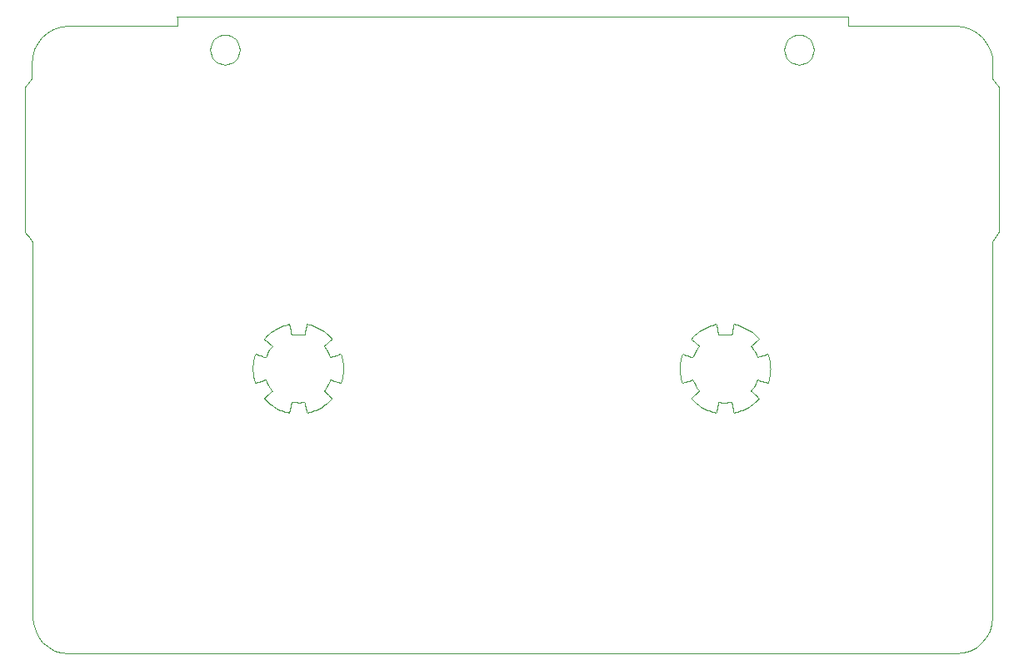
<source format=gbr>
G04 #@! TF.FileFunction,Profile,NP*
%FSLAX46Y46*%
G04 Gerber Fmt 4.6, Leading zero omitted, Abs format (unit mm)*
G04 Created by KiCad (PCBNEW 4.0.7-e0-6372~58~ubuntu16.04.1) date Sat Mar  2 19:42:23 2019*
%MOMM*%
%LPD*%
G01*
G04 APERTURE LIST*
%ADD10C,0.100000*%
G04 APERTURE END LIST*
D10*
X55060502Y-40568470D02*
X55060502Y-40690358D01*
X55060502Y-40690358D02*
X55060502Y-40812245D01*
X55060502Y-40812245D02*
X55060502Y-40934132D01*
X55060502Y-40934132D02*
X55060502Y-41056020D01*
X55060502Y-41056020D02*
X55060502Y-41177907D01*
X55060502Y-41177907D02*
X55060502Y-41299795D01*
X55060502Y-41299795D02*
X55060502Y-41421684D01*
X55060502Y-41421684D02*
X55060502Y-41543570D01*
X55060502Y-41543570D02*
X53676744Y-41543570D01*
X53676744Y-41543570D02*
X52292989Y-41543570D01*
X52292989Y-41543570D02*
X50909230Y-41543570D01*
X50909230Y-41543570D02*
X49525473Y-41543570D01*
X49525473Y-41543570D02*
X48141719Y-41543570D01*
X48141719Y-41543570D02*
X46757961Y-41543570D01*
X46757961Y-41543570D02*
X45374205Y-41543570D01*
X45374205Y-41543570D02*
X43990447Y-41543570D01*
X43990447Y-41543570D02*
X43230200Y-41623930D01*
X43230200Y-41623930D02*
X42526188Y-41853357D01*
X42526188Y-41853357D02*
X41892320Y-42214378D01*
X41892320Y-42214378D02*
X41342509Y-42689513D01*
X41342509Y-42689513D02*
X40890663Y-43261287D01*
X40890663Y-43261287D02*
X40550695Y-43912224D01*
X40550695Y-43912224D02*
X40336511Y-44624849D01*
X40336511Y-44624849D02*
X40262026Y-45381682D01*
X40262026Y-45381682D02*
X40262026Y-45546149D01*
X40262026Y-45546149D02*
X40262026Y-45710620D01*
X40262026Y-45710620D02*
X40262026Y-45875088D01*
X40262026Y-45875088D02*
X40262026Y-46039556D01*
X40262026Y-46039556D02*
X40262026Y-46204026D01*
X40262026Y-46204026D02*
X40262026Y-46368494D01*
X40262026Y-46368494D02*
X40262026Y-46532965D01*
X40262026Y-46532965D02*
X40262026Y-46697433D01*
X40262026Y-46697433D02*
X40262026Y-46720373D01*
X40262026Y-46720373D02*
X40262026Y-46743313D01*
X40262026Y-46743313D02*
X40262026Y-46766253D01*
X40262026Y-46766253D02*
X40262026Y-46789193D01*
X40262026Y-46789193D02*
X40262026Y-46812133D01*
X40262026Y-46812133D02*
X40262026Y-46835073D01*
X40262026Y-46835073D02*
X40262026Y-46858013D01*
X40262026Y-46858013D02*
X40262026Y-46880953D01*
X40262026Y-46880953D02*
X40178726Y-46990644D01*
X40178726Y-46990644D02*
X40095426Y-47100335D01*
X40095426Y-47100335D02*
X40012126Y-47210026D01*
X40012126Y-47210026D02*
X39928826Y-47319721D01*
X39928826Y-47319721D02*
X39845526Y-47429412D01*
X39845526Y-47429412D02*
X39762226Y-47539103D01*
X39762226Y-47539103D02*
X39678926Y-47648794D01*
X39678926Y-47648794D02*
X39595626Y-47758486D01*
X39595626Y-47758486D02*
X39599026Y-49598304D01*
X39599026Y-49598304D02*
X39602426Y-51438125D01*
X39602426Y-51438125D02*
X39605826Y-53277943D01*
X39605826Y-53277943D02*
X39609226Y-55117764D01*
X39609226Y-55117764D02*
X39612626Y-56957581D01*
X39612626Y-56957581D02*
X39616026Y-58797399D01*
X39616026Y-58797399D02*
X39619426Y-60637220D01*
X39619426Y-60637220D02*
X39622826Y-62477038D01*
X39622826Y-62477038D02*
X39719216Y-62604162D01*
X39719216Y-62604162D02*
X39815606Y-62731286D01*
X39815606Y-62731286D02*
X39911996Y-62858410D01*
X39911996Y-62858410D02*
X40008386Y-62985532D01*
X40008386Y-62985532D02*
X40104776Y-63112656D01*
X40104776Y-63112656D02*
X40201176Y-63239780D01*
X40201176Y-63239780D02*
X40297566Y-63366904D01*
X40297566Y-63366904D02*
X40393959Y-63494028D01*
X40393959Y-63494028D02*
X40393959Y-63675585D01*
X40393959Y-63675585D02*
X40393959Y-63857141D01*
X40393959Y-63857141D02*
X40393959Y-64038697D01*
X40393959Y-64038697D02*
X40393959Y-64220254D01*
X40393959Y-64220254D02*
X40393959Y-64401813D01*
X40393959Y-64401813D02*
X40393959Y-64583369D01*
X40393959Y-64583369D02*
X40393959Y-64764926D01*
X40393959Y-64764926D02*
X40393959Y-64946482D01*
X40393959Y-64946482D02*
X40393959Y-69528598D01*
X40393959Y-69528598D02*
X40393959Y-74110713D01*
X40393959Y-74110713D02*
X40393959Y-78692827D01*
X40393959Y-78692827D02*
X40393959Y-83274942D01*
X40393959Y-83274942D02*
X40393959Y-87857056D01*
X40393959Y-87857056D02*
X40393959Y-92439171D01*
X40393959Y-92439171D02*
X40393959Y-97021285D01*
X40393959Y-97021285D02*
X40393959Y-101603400D01*
X40393959Y-101603400D02*
X40393959Y-101603612D01*
X40393959Y-101603612D02*
X40393959Y-101603823D01*
X40393959Y-101603823D02*
X40393959Y-101604035D01*
X40393959Y-101604035D02*
X40393959Y-101604247D01*
X40393959Y-101604247D02*
X40393959Y-101604458D01*
X40393959Y-101604458D02*
X40393959Y-101604670D01*
X40393959Y-101604670D02*
X40393959Y-101604882D01*
X40393959Y-101604882D02*
X40393959Y-101605093D01*
X40393959Y-101605093D02*
X40466188Y-102341292D01*
X40466188Y-102341292D02*
X40669230Y-103037916D01*
X40669230Y-103037916D02*
X40991578Y-103676909D01*
X40991578Y-103676909D02*
X41421724Y-104240213D01*
X41421724Y-104240213D02*
X41948156Y-104709775D01*
X41948156Y-104709775D02*
X42559368Y-105067531D01*
X42559368Y-105067531D02*
X43243847Y-105295425D01*
X43243847Y-105295425D02*
X43990088Y-105375405D01*
X43990088Y-105375405D02*
X55266779Y-105375405D01*
X55266779Y-105375405D02*
X66543470Y-105375405D01*
X66543470Y-105375405D02*
X77820164Y-105375405D01*
X77820164Y-105375405D02*
X89096855Y-105375405D01*
X89096855Y-105375405D02*
X100373548Y-105375405D01*
X100373548Y-105375405D02*
X111650241Y-105375405D01*
X111650241Y-105375405D02*
X122926932Y-105375405D01*
X122926932Y-105375405D02*
X134203625Y-105375405D01*
X134203625Y-105375405D02*
X134955144Y-105297495D01*
X134955144Y-105297495D02*
X135653466Y-105074576D01*
X135653466Y-105074576D02*
X136284108Y-104722893D01*
X136284108Y-104722893D02*
X136832576Y-104258677D01*
X136832576Y-104258677D02*
X137284385Y-103698167D01*
X137284385Y-103698167D02*
X137625045Y-103057602D01*
X137625045Y-103057602D02*
X137840064Y-102353212D01*
X137840064Y-102353212D02*
X137914954Y-101601236D01*
X137914954Y-101601236D02*
X137914954Y-96927276D01*
X137914954Y-96927276D02*
X137914954Y-92253315D01*
X137914954Y-92253315D02*
X137914954Y-87579354D01*
X137914954Y-87579354D02*
X137914954Y-82905395D01*
X137914954Y-82905395D02*
X137914954Y-78231435D01*
X137914954Y-78231435D02*
X137914954Y-73557474D01*
X137914954Y-73557474D02*
X137914954Y-68883513D01*
X137914954Y-68883513D02*
X137914954Y-64209550D01*
X137914954Y-64209550D02*
X137914954Y-64114810D01*
X137914954Y-64114810D02*
X137914954Y-64020070D01*
X137914954Y-64020070D02*
X137914954Y-63925330D01*
X137914954Y-63925330D02*
X137914954Y-63830590D01*
X137914954Y-63830590D02*
X137914954Y-63735850D01*
X137914954Y-63735850D02*
X137914954Y-63641110D01*
X137914954Y-63641110D02*
X137914954Y-63546370D01*
X137914954Y-63546370D02*
X137914954Y-63451630D01*
X137914954Y-63451630D02*
X137996534Y-63324438D01*
X137996534Y-63324438D02*
X138078114Y-63197244D01*
X138078114Y-63197244D02*
X138159694Y-63070052D01*
X138159694Y-63070052D02*
X138241274Y-62942857D01*
X138241274Y-62942857D02*
X138322854Y-62815665D01*
X138322854Y-62815665D02*
X138404434Y-62688473D01*
X138404434Y-62688473D02*
X138486014Y-62561279D01*
X138486014Y-62561279D02*
X138567614Y-62434087D01*
X138567614Y-62434087D02*
X138570614Y-60600125D01*
X138570614Y-60600125D02*
X138573614Y-58766163D01*
X138573614Y-58766163D02*
X138576614Y-56932201D01*
X138576614Y-56932201D02*
X138579614Y-55098240D01*
X138579614Y-55098240D02*
X138582614Y-53264278D01*
X138582614Y-53264278D02*
X138585614Y-51430316D01*
X138585614Y-51430316D02*
X138588614Y-49596354D01*
X138588614Y-49596354D02*
X138591614Y-47762392D01*
X138591614Y-47762392D02*
X138509714Y-47652622D01*
X138509714Y-47652622D02*
X138427514Y-47542863D01*
X138427514Y-47542863D02*
X138345314Y-47433101D01*
X138345314Y-47433101D02*
X138263114Y-47323342D01*
X138263114Y-47323342D02*
X138180914Y-47213580D01*
X138180914Y-47213580D02*
X138098714Y-47103818D01*
X138098714Y-47103818D02*
X138016514Y-46994059D01*
X138016514Y-46994059D02*
X137934314Y-46884297D01*
X137934314Y-46884297D02*
X137934314Y-46848257D01*
X137934314Y-46848257D02*
X137934314Y-46812227D01*
X137934314Y-46812227D02*
X137934314Y-46776187D01*
X137934314Y-46776187D02*
X137934314Y-46740157D01*
X137934314Y-46740157D02*
X137934314Y-46704117D01*
X137934314Y-46704117D02*
X137934314Y-46668077D01*
X137934314Y-46668077D02*
X137934314Y-46632047D01*
X137934314Y-46632047D02*
X137934314Y-46596007D01*
X137934314Y-46596007D02*
X137934314Y-46444973D01*
X137934314Y-46444973D02*
X137934314Y-46293942D01*
X137934314Y-46293942D02*
X137934314Y-46142908D01*
X137934314Y-46142908D02*
X137934314Y-45991877D01*
X137934314Y-45991877D02*
X137934314Y-45840842D01*
X137934314Y-45840842D02*
X137934314Y-45689808D01*
X137934314Y-45689808D02*
X137934314Y-45538777D01*
X137934314Y-45538777D02*
X137934314Y-45387743D01*
X137934314Y-45387743D02*
X137863274Y-44627832D01*
X137863274Y-44627832D02*
X137650176Y-43913251D01*
X137650176Y-43913251D02*
X137309523Y-43261255D01*
X137309523Y-43261255D02*
X136855811Y-42689106D01*
X136855811Y-42689106D02*
X136303545Y-42214061D01*
X136303545Y-42214061D02*
X135667218Y-41853376D01*
X135667218Y-41853376D02*
X134961333Y-41624310D01*
X134961333Y-41624310D02*
X134200385Y-41544120D01*
X134200385Y-41544120D02*
X132829720Y-41544120D01*
X132829720Y-41544120D02*
X131459054Y-41544120D01*
X131459054Y-41544120D02*
X130088388Y-41544120D01*
X130088388Y-41544120D02*
X128717725Y-41544120D01*
X128717725Y-41544120D02*
X127347059Y-41544120D01*
X127347059Y-41544120D02*
X125976394Y-41544120D01*
X125976394Y-41544120D02*
X124605728Y-41544120D01*
X124605728Y-41544120D02*
X123235062Y-41544120D01*
X123235062Y-41544120D02*
X123235062Y-41422164D01*
X123235062Y-41422164D02*
X123235062Y-41300207D01*
X123235062Y-41300207D02*
X123235062Y-41178252D01*
X123235062Y-41178252D02*
X123235062Y-41056295D01*
X123235062Y-41056295D02*
X123235062Y-40934339D01*
X123235062Y-40934339D02*
X123235062Y-40812383D01*
X123235062Y-40812383D02*
X123235062Y-40690427D01*
X123235062Y-40690427D02*
X123235062Y-40568470D01*
X123235062Y-40568470D02*
X114712793Y-40568470D01*
X114712793Y-40568470D02*
X106190523Y-40568470D01*
X106190523Y-40568470D02*
X97668253Y-40568470D01*
X97668253Y-40568470D02*
X89145984Y-40568470D01*
X89145984Y-40568470D02*
X80623711Y-40568470D01*
X80623711Y-40568470D02*
X72101442Y-40568470D01*
X72101442Y-40568470D02*
X63579171Y-40568470D01*
X63579171Y-40568470D02*
X55056902Y-40568470D01*
X55056902Y-40568470D02*
X55056899Y-40568465D01*
X55056899Y-40568465D02*
X55056896Y-40568460D01*
X55056896Y-40568460D02*
X55056893Y-40568455D01*
X55056893Y-40568455D02*
X55056891Y-40568450D01*
X55056891Y-40568450D02*
X55056888Y-40568446D01*
X55056888Y-40568446D02*
X55056885Y-40568440D01*
X55056885Y-40568440D02*
X55056882Y-40568436D01*
X55056882Y-40568436D02*
X55060482Y-40568470D01*
X55060482Y-40568470D02*
X55060502Y-40568470D01*
X111650197Y-71858374D02*
X111610927Y-71933824D01*
X111610927Y-71933824D02*
X111578887Y-72095057D01*
X111578887Y-72095057D02*
X111546337Y-72256285D01*
X111546337Y-72256285D02*
X111513777Y-72417516D01*
X111513777Y-72417516D02*
X111481737Y-72578747D01*
X111481737Y-72578747D02*
X111449187Y-72739978D01*
X111449187Y-72739978D02*
X111417667Y-72900692D01*
X111417667Y-72900692D02*
X111405247Y-72961672D01*
X111405247Y-72961672D02*
X111350987Y-72950302D01*
X111350987Y-72950302D02*
X111007342Y-72906372D01*
X111007342Y-72906372D02*
X110660076Y-72897572D01*
X110660076Y-72897572D02*
X110314359Y-72922882D01*
X110314359Y-72922882D02*
X110080264Y-72963712D01*
X110080264Y-72963712D02*
X110067814Y-72905782D01*
X110067814Y-72905782D02*
X110035254Y-72744034D01*
X110035254Y-72744034D02*
X110002694Y-72581771D01*
X110002694Y-72581771D02*
X109970134Y-72420024D01*
X109970134Y-72420024D02*
X109937574Y-72257760D01*
X109937574Y-72257760D02*
X109905534Y-72095496D01*
X109905534Y-72095496D02*
X109872974Y-71933233D01*
X109872974Y-71933233D02*
X109808894Y-71869153D01*
X109808894Y-71869153D02*
X109628568Y-71910373D01*
X109628568Y-71910373D02*
X109450554Y-71958653D01*
X109450554Y-71958653D02*
X109275037Y-72013893D01*
X109275037Y-72013893D02*
X109102210Y-72075973D01*
X109102210Y-72075973D02*
X108932258Y-72144793D01*
X108932258Y-72144793D02*
X108765380Y-72220243D01*
X108765380Y-72220243D02*
X108601762Y-72302213D01*
X108601762Y-72302213D02*
X108441589Y-72390583D01*
X108441589Y-72390583D02*
X108285058Y-72485253D01*
X108285058Y-72485253D02*
X108132356Y-72586111D01*
X108132356Y-72586111D02*
X107983675Y-72693051D01*
X107983675Y-72693051D02*
X107839206Y-72805957D01*
X107839206Y-72805957D02*
X107699136Y-72924721D01*
X107699136Y-72924721D02*
X107563658Y-73049229D01*
X107563658Y-73049229D02*
X107432961Y-73179379D01*
X107432961Y-73179379D02*
X107307237Y-73315054D01*
X107307237Y-73315054D02*
X107331537Y-73400844D01*
X107331537Y-73400844D02*
X107456076Y-73510916D01*
X107456076Y-73510916D02*
X107581134Y-73620469D01*
X107581134Y-73620469D02*
X107705673Y-73730541D01*
X107705673Y-73730541D02*
X107830212Y-73840611D01*
X107830212Y-73840611D02*
X107955787Y-73950164D01*
X107955787Y-73950164D02*
X108080329Y-74059720D01*
X108080329Y-74059720D02*
X108120639Y-74095380D01*
X108120639Y-74095380D02*
X108034859Y-74194600D01*
X108034859Y-74194600D02*
X107831772Y-74475718D01*
X107831772Y-74475718D02*
X107657107Y-74775961D01*
X107657107Y-74775961D02*
X107513445Y-75091702D01*
X107513445Y-75091702D02*
X107461255Y-75244147D01*
X107461255Y-75244147D02*
X107408025Y-75226057D01*
X107408025Y-75226057D02*
X107249896Y-75172827D01*
X107249896Y-75172827D02*
X107092283Y-75119597D01*
X107092283Y-75119597D02*
X106934671Y-75066367D01*
X106934671Y-75066367D02*
X106777058Y-75013137D01*
X106777058Y-75013137D02*
X106619443Y-74959907D01*
X106619443Y-74959907D02*
X106461830Y-74906687D01*
X106461830Y-74906687D02*
X106376560Y-74929407D01*
X106376560Y-74929407D02*
X106348540Y-75016627D01*
X106348540Y-75016627D02*
X106322290Y-75104337D01*
X106322290Y-75104337D02*
X106297790Y-75192497D01*
X106297790Y-75192497D02*
X106275070Y-75281077D01*
X106275070Y-75281077D02*
X106254130Y-75370057D01*
X106254130Y-75370057D02*
X106234940Y-75459417D01*
X106234940Y-75459417D02*
X106217550Y-75549117D01*
X106217550Y-75549117D02*
X106201940Y-75639137D01*
X106201940Y-75639137D02*
X106188140Y-75729447D01*
X106188140Y-75729447D02*
X106176120Y-75820027D01*
X106176120Y-75820027D02*
X106165900Y-75910837D01*
X106165900Y-75910837D02*
X106157500Y-76001867D01*
X106157500Y-76001867D02*
X106150900Y-76093077D01*
X106150900Y-76093077D02*
X106146100Y-76184447D01*
X106146100Y-76184447D02*
X106143100Y-76275957D01*
X106143100Y-76275957D02*
X106142000Y-76367567D01*
X106142000Y-76367567D02*
X106143400Y-76460147D01*
X106143400Y-76460147D02*
X106146600Y-76552617D01*
X106146600Y-76552617D02*
X106151600Y-76644957D01*
X106151600Y-76644957D02*
X106158500Y-76737127D01*
X106158500Y-76737127D02*
X106167200Y-76829107D01*
X106167200Y-76829107D02*
X106177750Y-76920867D01*
X106177750Y-76920867D02*
X106190140Y-77012377D01*
X106190140Y-77012377D02*
X106204360Y-77103607D01*
X106204360Y-77103607D02*
X106220420Y-77194537D01*
X106220420Y-77194537D02*
X106238280Y-77285137D01*
X106238280Y-77285137D02*
X106257950Y-77375377D01*
X106257950Y-77375377D02*
X106279460Y-77465227D01*
X106279460Y-77465227D02*
X106302770Y-77554667D01*
X106302770Y-77554667D02*
X106327890Y-77643657D01*
X106327890Y-77643657D02*
X106354810Y-77732187D01*
X106354810Y-77732187D02*
X106383520Y-77820217D01*
X106383520Y-77820217D02*
X106462070Y-77840877D01*
X106462070Y-77840877D02*
X106618131Y-77787647D01*
X106618131Y-77787647D02*
X106774713Y-77734937D01*
X106774713Y-77734937D02*
X106931293Y-77682227D01*
X106931293Y-77682227D02*
X107087353Y-77629517D01*
X107087353Y-77629517D02*
X107243936Y-77576807D01*
X107243936Y-77576807D02*
X107399996Y-77523577D01*
X107399996Y-77523577D02*
X107463046Y-77502387D01*
X107463046Y-77502387D02*
X107578286Y-77794874D01*
X107578286Y-77794874D02*
X107735898Y-78103385D01*
X107735898Y-78103385D02*
X107866121Y-78311640D01*
X107866121Y-78311640D02*
X108074895Y-78589143D01*
X108074895Y-78589143D02*
X108128125Y-78647023D01*
X108128125Y-78647023D02*
X108071795Y-78696113D01*
X108071795Y-78696113D02*
X107948292Y-78804636D01*
X107948292Y-78804636D02*
X107824783Y-78913156D01*
X107824783Y-78913156D02*
X107701277Y-79021676D01*
X107701277Y-79021676D02*
X107577771Y-79130196D01*
X107577771Y-79130196D02*
X107454779Y-79238719D01*
X107454779Y-79238719D02*
X107331273Y-79347236D01*
X107331273Y-79347236D02*
X107310613Y-79422686D01*
X107310613Y-79422686D02*
X107436391Y-79558751D01*
X107436391Y-79558751D02*
X107567164Y-79689273D01*
X107567164Y-79689273D02*
X107702738Y-79814139D01*
X107702738Y-79814139D02*
X107842929Y-79933248D01*
X107842929Y-79933248D02*
X107987537Y-80046481D01*
X107987537Y-80046481D02*
X108136375Y-80153726D01*
X108136375Y-80153726D02*
X108289252Y-80254883D01*
X108289252Y-80254883D02*
X108445979Y-80349833D01*
X108445979Y-80349833D02*
X108606363Y-80438463D01*
X108606363Y-80438463D02*
X108770210Y-80520673D01*
X108770210Y-80520673D02*
X108937330Y-80596333D01*
X108937330Y-80596333D02*
X109107539Y-80665353D01*
X109107539Y-80665353D02*
X109280637Y-80727613D01*
X109280637Y-80727613D02*
X109456433Y-80783003D01*
X109456433Y-80783003D02*
X109634744Y-80831413D01*
X109634744Y-80831413D02*
X109815369Y-80872733D01*
X109815369Y-80872733D02*
X109872209Y-80814853D01*
X109872209Y-80814853D02*
X109904769Y-80653623D01*
X109904769Y-80653623D02*
X109936809Y-80491875D01*
X109936809Y-80491875D02*
X109969369Y-80330645D01*
X109969369Y-80330645D02*
X110001929Y-80169414D01*
X110001929Y-80169414D02*
X110033969Y-80008183D01*
X110033969Y-80008183D02*
X110066009Y-79847472D01*
X110066009Y-79847472D02*
X110080999Y-79774092D01*
X110080999Y-79774092D02*
X110133189Y-79784932D01*
X110133189Y-79784932D02*
X110477870Y-79828852D01*
X110477870Y-79828852D02*
X110824106Y-79837652D01*
X110824106Y-79837652D02*
X111170853Y-79812872D01*
X111170853Y-79812872D02*
X111403906Y-79772562D01*
X111403906Y-79772562D02*
X111417846Y-79841812D01*
X111417846Y-79841812D02*
X111449886Y-80003560D01*
X111449886Y-80003560D02*
X111482446Y-80166342D01*
X111482446Y-80166342D02*
X111514996Y-80328087D01*
X111514996Y-80328087D02*
X111547556Y-80489834D01*
X111547556Y-80489834D02*
X111580116Y-80652098D01*
X111580116Y-80652098D02*
X111612156Y-80813848D01*
X111612156Y-80813848D02*
X111666416Y-80869138D01*
X111666416Y-80869138D02*
X111847115Y-80828148D01*
X111847115Y-80828148D02*
X112025505Y-80780068D01*
X112025505Y-80780068D02*
X112201397Y-80724998D01*
X112201397Y-80724998D02*
X112374605Y-80663058D01*
X112374605Y-80663058D02*
X112544929Y-80594358D01*
X112544929Y-80594358D02*
X112712185Y-80518998D01*
X112712185Y-80518998D02*
X112876179Y-80437098D01*
X112876179Y-80437098D02*
X113036718Y-80348768D01*
X113036718Y-80348768D02*
X113193614Y-80254118D01*
X113193614Y-80254118D02*
X113346671Y-80153246D01*
X113346671Y-80153246D02*
X113495704Y-80046275D01*
X113495704Y-80046275D02*
X113640518Y-79933316D01*
X113640518Y-79933316D02*
X113780924Y-79814472D01*
X113780924Y-79814472D02*
X113916724Y-79689857D01*
X113916724Y-79689857D02*
X114047731Y-79559580D01*
X114047731Y-79559580D02*
X114173757Y-79423755D01*
X114173757Y-79423755D02*
X114153607Y-79346755D01*
X114153607Y-79346755D02*
X114028035Y-79237719D01*
X114028035Y-79237719D02*
X113902979Y-79127646D01*
X113902979Y-79127646D02*
X113778437Y-79017577D01*
X113778437Y-79017577D02*
X113653382Y-78907505D01*
X113653382Y-78907505D02*
X113527807Y-78797952D01*
X113527807Y-78797952D02*
X113403265Y-78687879D01*
X113403265Y-78687879D02*
X113357275Y-78647059D01*
X113357275Y-78647059D02*
X113449775Y-78540602D01*
X113449775Y-78540602D02*
X113652865Y-78259483D01*
X113652865Y-78259483D02*
X113827016Y-77959760D01*
X113827016Y-77959760D02*
X113970675Y-77643502D01*
X113970675Y-77643502D02*
X114019255Y-77501908D01*
X114019255Y-77501908D02*
X114076095Y-77521038D01*
X114076095Y-77521038D02*
X114234227Y-77574258D01*
X114234227Y-77574258D02*
X114391839Y-77627998D01*
X114391839Y-77627998D02*
X114549455Y-77680708D01*
X114549455Y-77680708D02*
X114707064Y-77734448D01*
X114707064Y-77734448D02*
X114865194Y-77787678D01*
X114865194Y-77787678D02*
X115022809Y-77840908D01*
X115022809Y-77840908D02*
X115102909Y-77820248D01*
X115102909Y-77820248D02*
X115131489Y-77732198D01*
X115131489Y-77732198D02*
X115158269Y-77643658D01*
X115158269Y-77643658D02*
X115183249Y-77554648D01*
X115183249Y-77554648D02*
X115206419Y-77465198D01*
X115206419Y-77465198D02*
X115227779Y-77375338D01*
X115227779Y-77375338D02*
X115247339Y-77285098D01*
X115247339Y-77285098D02*
X115265059Y-77194498D01*
X115265059Y-77194498D02*
X115280979Y-77103568D01*
X115280979Y-77103568D02*
X115295059Y-77012338D01*
X115295059Y-77012338D02*
X115307309Y-76920838D01*
X115307309Y-76920838D02*
X115317719Y-76829088D01*
X115317719Y-76829088D02*
X115326319Y-76737118D01*
X115326319Y-76737118D02*
X115333019Y-76644958D01*
X115333019Y-76644958D02*
X115337919Y-76552638D01*
X115337919Y-76552638D02*
X115340919Y-76460178D01*
X115340919Y-76460178D02*
X115342019Y-76367618D01*
X115342019Y-76367618D02*
X115340619Y-76275918D01*
X115340619Y-76275918D02*
X115337519Y-76184328D01*
X115337519Y-76184328D02*
X115332619Y-76092878D01*
X115332619Y-76092878D02*
X115325919Y-76001578D01*
X115325919Y-76001578D02*
X115317319Y-75910478D01*
X115317319Y-75910478D02*
X115306959Y-75819588D01*
X115306959Y-75819588D02*
X115294799Y-75728938D01*
X115294799Y-75728938D02*
X115280829Y-75638558D01*
X115280829Y-75638558D02*
X115265049Y-75548468D01*
X115265049Y-75548468D02*
X115247499Y-75458708D01*
X115247499Y-75458708D02*
X115228169Y-75369298D01*
X115228169Y-75369298D02*
X115207059Y-75280268D01*
X115207059Y-75280268D02*
X115184169Y-75191638D01*
X115184169Y-75191638D02*
X115159499Y-75103438D01*
X115159499Y-75103438D02*
X115133049Y-75015688D01*
X115133049Y-75015688D02*
X115104859Y-74928428D01*
X115104859Y-74928428D02*
X115022179Y-74906218D01*
X115022179Y-74906218D02*
X114865599Y-74959448D01*
X114865599Y-74959448D02*
X114709019Y-75012158D01*
X114709019Y-75012158D02*
X114552956Y-75064868D01*
X114552956Y-75064868D02*
X114396376Y-75118098D01*
X114396376Y-75118098D02*
X114240316Y-75170808D01*
X114240316Y-75170808D02*
X114083733Y-75223518D01*
X114083733Y-75223518D02*
X114025343Y-75243158D01*
X114025343Y-75243158D02*
X113907001Y-74940853D01*
X113907001Y-74940853D02*
X113748356Y-74631828D01*
X113748356Y-74631828D02*
X113618130Y-74423574D01*
X113618130Y-74423574D02*
X113409872Y-74146587D01*
X113409872Y-74146587D02*
X113362852Y-74095427D01*
X113362852Y-74095427D02*
X113411432Y-74052537D01*
X113411432Y-74052537D02*
X113534938Y-73944020D01*
X113534938Y-73944020D02*
X113658447Y-73834983D01*
X113658447Y-73834983D02*
X113781950Y-73726977D01*
X113781950Y-73726977D02*
X113905459Y-73618457D01*
X113905459Y-73618457D02*
X114028448Y-73509937D01*
X114028448Y-73509937D02*
X114151954Y-73401417D01*
X114151954Y-73401417D02*
X114194334Y-73335787D01*
X114194334Y-73335787D02*
X114067278Y-73196536D01*
X114067278Y-73196536D02*
X113935026Y-73062996D01*
X113935026Y-73062996D02*
X113797775Y-72935285D01*
X113797775Y-72935285D02*
X113655727Y-72813518D01*
X113655727Y-72813518D02*
X113509087Y-72697807D01*
X113509087Y-72697807D02*
X113358056Y-72588273D01*
X113358056Y-72588273D02*
X113202831Y-72485036D01*
X113202831Y-72485036D02*
X113043615Y-72388206D01*
X113043615Y-72388206D02*
X112880607Y-72297906D01*
X112880607Y-72297906D02*
X112714008Y-72214246D01*
X112714008Y-72214246D02*
X112544026Y-72137346D01*
X112544026Y-72137346D02*
X112370854Y-72067326D01*
X112370854Y-72067326D02*
X112194694Y-72004306D01*
X112194694Y-72004306D02*
X112015748Y-71948386D01*
X112015748Y-71948386D02*
X111834217Y-71899696D01*
X111834217Y-71899696D02*
X111650301Y-71858346D01*
X111650301Y-71858346D02*
X111650197Y-71858374D01*
X111650197Y-71858374D02*
X111650197Y-71858374D01*
X61429924Y-43958838D02*
X61400784Y-44253388D01*
X61400784Y-44253388D02*
X61315534Y-44533932D01*
X61315534Y-44533932D02*
X61177440Y-44792589D01*
X61177440Y-44792589D02*
X60989769Y-45021474D01*
X60989769Y-45021474D02*
X60760884Y-45209145D01*
X60760884Y-45209145D02*
X60502227Y-45347239D01*
X60502227Y-45347239D02*
X60221683Y-45432489D01*
X60221683Y-45432489D02*
X59927133Y-45461629D01*
X59927133Y-45461629D02*
X59632583Y-45432489D01*
X59632583Y-45432489D02*
X59352039Y-45347239D01*
X59352039Y-45347239D02*
X59093382Y-45209145D01*
X59093382Y-45209145D02*
X58864497Y-45021474D01*
X58864497Y-45021474D02*
X58676826Y-44792589D01*
X58676826Y-44792589D02*
X58538732Y-44533932D01*
X58538732Y-44533932D02*
X58453482Y-44253388D01*
X58453482Y-44253388D02*
X58424342Y-43958838D01*
X58424342Y-43958838D02*
X58453482Y-43664288D01*
X58453482Y-43664288D02*
X58538732Y-43383744D01*
X58538732Y-43383744D02*
X58676826Y-43125087D01*
X58676826Y-43125087D02*
X58864497Y-42896202D01*
X58864497Y-42896202D02*
X59093382Y-42708531D01*
X59093382Y-42708531D02*
X59352039Y-42570437D01*
X59352039Y-42570437D02*
X59632583Y-42485187D01*
X59632583Y-42485187D02*
X59927133Y-42456047D01*
X59927133Y-42456047D02*
X60221683Y-42485187D01*
X60221683Y-42485187D02*
X60502227Y-42570437D01*
X60502227Y-42570437D02*
X60760884Y-42708531D01*
X60760884Y-42708531D02*
X60989769Y-42896202D01*
X60989769Y-42896202D02*
X61177440Y-43125087D01*
X61177440Y-43125087D02*
X61315534Y-43383744D01*
X61315534Y-43383744D02*
X61400784Y-43664288D01*
X61400784Y-43664288D02*
X61429924Y-43958838D01*
X61429924Y-43958838D02*
X61429924Y-43958838D01*
X61429924Y-43958838D02*
X61429924Y-43958838D01*
X119766809Y-43958838D02*
X119737669Y-44253388D01*
X119737669Y-44253388D02*
X119652419Y-44533932D01*
X119652419Y-44533932D02*
X119514325Y-44792589D01*
X119514325Y-44792589D02*
X119326654Y-45021474D01*
X119326654Y-45021474D02*
X119097769Y-45209145D01*
X119097769Y-45209145D02*
X118839112Y-45347239D01*
X118839112Y-45347239D02*
X118558568Y-45432489D01*
X118558568Y-45432489D02*
X118264018Y-45461629D01*
X118264018Y-45461629D02*
X117969468Y-45432489D01*
X117969468Y-45432489D02*
X117688924Y-45347239D01*
X117688924Y-45347239D02*
X117430267Y-45209145D01*
X117430267Y-45209145D02*
X117201382Y-45021474D01*
X117201382Y-45021474D02*
X117013711Y-44792589D01*
X117013711Y-44792589D02*
X116875617Y-44533932D01*
X116875617Y-44533932D02*
X116790367Y-44253388D01*
X116790367Y-44253388D02*
X116761227Y-43958838D01*
X116761227Y-43958838D02*
X116790367Y-43664288D01*
X116790367Y-43664288D02*
X116875617Y-43383744D01*
X116875617Y-43383744D02*
X117013711Y-43125087D01*
X117013711Y-43125087D02*
X117201382Y-42896202D01*
X117201382Y-42896202D02*
X117430267Y-42708531D01*
X117430267Y-42708531D02*
X117688924Y-42570437D01*
X117688924Y-42570437D02*
X117969468Y-42485187D01*
X117969468Y-42485187D02*
X118264018Y-42456047D01*
X118264018Y-42456047D02*
X118558568Y-42485187D01*
X118558568Y-42485187D02*
X118839112Y-42570437D01*
X118839112Y-42570437D02*
X119097769Y-42708531D01*
X119097769Y-42708531D02*
X119326654Y-42896202D01*
X119326654Y-42896202D02*
X119514325Y-43125087D01*
X119514325Y-43125087D02*
X119652419Y-43383744D01*
X119652419Y-43383744D02*
X119737669Y-43664288D01*
X119737669Y-43664288D02*
X119766809Y-43958838D01*
X119766809Y-43958838D02*
X119766809Y-43958838D01*
X119766809Y-43958838D02*
X119766809Y-43958838D01*
X68264451Y-71863795D02*
X68217951Y-71933045D01*
X68217951Y-71933045D02*
X68185911Y-72094276D01*
X68185911Y-72094276D02*
X68153361Y-72255506D01*
X68153361Y-72255506D02*
X68120801Y-72416737D01*
X68120801Y-72416737D02*
X68088761Y-72577968D01*
X68088761Y-72577968D02*
X68056211Y-72739199D01*
X68056211Y-72739199D02*
X68024691Y-72899913D01*
X68024691Y-72899913D02*
X68012271Y-72960893D01*
X68012271Y-72960893D02*
X67958011Y-72949523D01*
X67958011Y-72949523D02*
X67614366Y-72905603D01*
X67614366Y-72905603D02*
X67267100Y-72896803D01*
X67267100Y-72896803D02*
X66921384Y-72922113D01*
X66921384Y-72922113D02*
X66687289Y-72962943D01*
X66687289Y-72962943D02*
X66674839Y-72905013D01*
X66674839Y-72905013D02*
X66642279Y-72743266D01*
X66642279Y-72743266D02*
X66609719Y-72581002D01*
X66609719Y-72581002D02*
X66577159Y-72419255D01*
X66577159Y-72419255D02*
X66544609Y-72256991D01*
X66544609Y-72256991D02*
X66512569Y-72094727D01*
X66512569Y-72094727D02*
X66480019Y-71932464D01*
X66480019Y-71932464D02*
X66415939Y-71868384D01*
X66415939Y-71868384D02*
X66235613Y-71909604D01*
X66235613Y-71909604D02*
X66057598Y-71957884D01*
X66057598Y-71957884D02*
X65882081Y-72013124D01*
X65882081Y-72013124D02*
X65709254Y-72075214D01*
X65709254Y-72075214D02*
X65539303Y-72144034D01*
X65539303Y-72144034D02*
X65372425Y-72219484D01*
X65372425Y-72219484D02*
X65208804Y-72301454D01*
X65208804Y-72301454D02*
X65048634Y-72389824D01*
X65048634Y-72389824D02*
X64892102Y-72484494D01*
X64892102Y-72484494D02*
X64739400Y-72585351D01*
X64739400Y-72585351D02*
X64590720Y-72692291D01*
X64590720Y-72692291D02*
X64446250Y-72805197D01*
X64446250Y-72805197D02*
X64306181Y-72923959D01*
X64306181Y-72923959D02*
X64170703Y-73048469D01*
X64170703Y-73048469D02*
X64040006Y-73178619D01*
X64040006Y-73178619D02*
X63914281Y-73314295D01*
X63914281Y-73314295D02*
X63938581Y-73400075D01*
X63938581Y-73400075D02*
X64063120Y-73510144D01*
X64063120Y-73510144D02*
X64188178Y-73619700D01*
X64188178Y-73619700D02*
X64312717Y-73729770D01*
X64312717Y-73729770D02*
X64437256Y-73839839D01*
X64437256Y-73839839D02*
X64562831Y-73949395D01*
X64562831Y-73949395D02*
X64687373Y-74058951D01*
X64687373Y-74058951D02*
X64727683Y-74094601D01*
X64727683Y-74094601D02*
X64641893Y-74193821D01*
X64641893Y-74193821D02*
X64438806Y-74474939D01*
X64438806Y-74474939D02*
X64264142Y-74775182D01*
X64264142Y-74775182D02*
X64120479Y-75090923D01*
X64120479Y-75090923D02*
X64068289Y-75243368D01*
X64068289Y-75243368D02*
X64015059Y-75225278D01*
X64015059Y-75225278D02*
X63856929Y-75172048D01*
X63856929Y-75172048D02*
X63699317Y-75118818D01*
X63699317Y-75118818D02*
X63541704Y-75065588D01*
X63541704Y-75065588D02*
X63384092Y-75012358D01*
X63384092Y-75012358D02*
X63226476Y-74959128D01*
X63226476Y-74959128D02*
X63068863Y-74905908D01*
X63068863Y-74905908D02*
X62983593Y-74928628D01*
X62983593Y-74928628D02*
X62955573Y-75015848D01*
X62955573Y-75015848D02*
X62929323Y-75103548D01*
X62929323Y-75103548D02*
X62904823Y-75191708D01*
X62904823Y-75191708D02*
X62882103Y-75280288D01*
X62882103Y-75280288D02*
X62861133Y-75369268D01*
X62861133Y-75369268D02*
X62841943Y-75458628D01*
X62841943Y-75458628D02*
X62824553Y-75548328D01*
X62824553Y-75548328D02*
X62808943Y-75638348D01*
X62808943Y-75638348D02*
X62795143Y-75728658D01*
X62795143Y-75728658D02*
X62783123Y-75819238D01*
X62783123Y-75819238D02*
X62772903Y-75910058D01*
X62772903Y-75910058D02*
X62764503Y-76001088D01*
X62764503Y-76001088D02*
X62757903Y-76092298D01*
X62757903Y-76092298D02*
X62753103Y-76183668D01*
X62753103Y-76183668D02*
X62750103Y-76275168D01*
X62750103Y-76275168D02*
X62749003Y-76366778D01*
X62749003Y-76366778D02*
X62750403Y-76459358D01*
X62750403Y-76459358D02*
X62753603Y-76551828D01*
X62753603Y-76551828D02*
X62758603Y-76644158D01*
X62758603Y-76644158D02*
X62765503Y-76736328D01*
X62765503Y-76736328D02*
X62774203Y-76828308D01*
X62774203Y-76828308D02*
X62784763Y-76920068D01*
X62784763Y-76920068D02*
X62797153Y-77011578D01*
X62797153Y-77011578D02*
X62811353Y-77102808D01*
X62811353Y-77102808D02*
X62827413Y-77193738D01*
X62827413Y-77193738D02*
X62845283Y-77284338D01*
X62845283Y-77284338D02*
X62864953Y-77374568D01*
X62864953Y-77374568D02*
X62886463Y-77464418D01*
X62886463Y-77464418D02*
X62909773Y-77553858D01*
X62909773Y-77553858D02*
X62934893Y-77642848D01*
X62934893Y-77642848D02*
X62961813Y-77731378D01*
X62961813Y-77731378D02*
X62990523Y-77819408D01*
X62990523Y-77819408D02*
X63069073Y-77840068D01*
X63069073Y-77840068D02*
X63225134Y-77786838D01*
X63225134Y-77786838D02*
X63381716Y-77734128D01*
X63381716Y-77734128D02*
X63538296Y-77681418D01*
X63538296Y-77681418D02*
X63694356Y-77628708D01*
X63694356Y-77628708D02*
X63850939Y-77575998D01*
X63850939Y-77575998D02*
X64006999Y-77522768D01*
X64006999Y-77522768D02*
X64070049Y-77501578D01*
X64070049Y-77501578D02*
X64185289Y-77794065D01*
X64185289Y-77794065D02*
X64342901Y-78102573D01*
X64342901Y-78102573D02*
X64473124Y-78310831D01*
X64473124Y-78310831D02*
X64681898Y-78588331D01*
X64681898Y-78588331D02*
X64735118Y-78646211D01*
X64735118Y-78646211D02*
X64678788Y-78695301D01*
X64678788Y-78695301D02*
X64555282Y-78803821D01*
X64555282Y-78803821D02*
X64431776Y-78912344D01*
X64431776Y-78912344D02*
X64308267Y-79020861D01*
X64308267Y-79020861D02*
X64184763Y-79129384D01*
X64184763Y-79129384D02*
X64061771Y-79237904D01*
X64061771Y-79237904D02*
X63938265Y-79346424D01*
X63938265Y-79346424D02*
X63917605Y-79421874D01*
X63917605Y-79421874D02*
X64043383Y-79557939D01*
X64043383Y-79557939D02*
X64174156Y-79688461D01*
X64174156Y-79688461D02*
X64309730Y-79813327D01*
X64309730Y-79813327D02*
X64449919Y-79932436D01*
X64449919Y-79932436D02*
X64594526Y-80045670D01*
X64594526Y-80045670D02*
X64743368Y-80152917D01*
X64743368Y-80152917D02*
X64896245Y-80254071D01*
X64896245Y-80254071D02*
X65052971Y-80349021D01*
X65052971Y-80349021D02*
X65213355Y-80437651D01*
X65213355Y-80437651D02*
X65377202Y-80519851D01*
X65377202Y-80519851D02*
X65544323Y-80595521D01*
X65544323Y-80595521D02*
X65714531Y-80664541D01*
X65714531Y-80664541D02*
X65887629Y-80726801D01*
X65887629Y-80726801D02*
X66063425Y-80782191D01*
X66063425Y-80782191D02*
X66241736Y-80830601D01*
X66241736Y-80830601D02*
X66422361Y-80871921D01*
X66422361Y-80871921D02*
X66479201Y-80814041D01*
X66479201Y-80814041D02*
X66511761Y-80652808D01*
X66511761Y-80652808D02*
X66543801Y-80491061D01*
X66543801Y-80491061D02*
X66576361Y-80329833D01*
X66576361Y-80329833D02*
X66608921Y-80168599D01*
X66608921Y-80168599D02*
X66640961Y-80007371D01*
X66640961Y-80007371D02*
X66673001Y-79846657D01*
X66673001Y-79846657D02*
X66687991Y-79773277D01*
X66687991Y-79773277D02*
X66740181Y-79784117D01*
X66740181Y-79784117D02*
X67084862Y-79828037D01*
X67084862Y-79828037D02*
X67431095Y-79836837D01*
X67431095Y-79836837D02*
X67777842Y-79812057D01*
X67777842Y-79812057D02*
X68010898Y-79771747D01*
X68010898Y-79771747D02*
X68024838Y-79840997D01*
X68024838Y-79840997D02*
X68056878Y-80002744D01*
X68056878Y-80002744D02*
X68089438Y-80165527D01*
X68089438Y-80165527D02*
X68121988Y-80327272D01*
X68121988Y-80327272D02*
X68154548Y-80489019D01*
X68154548Y-80489019D02*
X68187108Y-80651283D01*
X68187108Y-80651283D02*
X68219148Y-80813030D01*
X68219148Y-80813030D02*
X68273408Y-80868320D01*
X68273408Y-80868320D02*
X68454106Y-80827330D01*
X68454106Y-80827330D02*
X68632496Y-80779250D01*
X68632496Y-80779250D02*
X68808388Y-80724190D01*
X68808388Y-80724190D02*
X68981596Y-80662250D01*
X68981596Y-80662250D02*
X69151920Y-80593550D01*
X69151920Y-80593550D02*
X69319176Y-80518190D01*
X69319176Y-80518190D02*
X69483170Y-80436290D01*
X69483170Y-80436290D02*
X69643709Y-80347950D01*
X69643709Y-80347950D02*
X69800605Y-80253300D01*
X69800605Y-80253300D02*
X69953663Y-80152431D01*
X69953663Y-80152431D02*
X70102696Y-80045460D01*
X70102696Y-80045460D02*
X70247509Y-79932498D01*
X70247509Y-79932498D02*
X70387915Y-79813657D01*
X70387915Y-79813657D02*
X70523715Y-79689039D01*
X70523715Y-79689039D02*
X70654722Y-79558765D01*
X70654722Y-79558765D02*
X70780749Y-79422937D01*
X70780749Y-79422937D02*
X70760599Y-79345937D01*
X70760599Y-79345937D02*
X70635024Y-79236901D01*
X70635024Y-79236901D02*
X70509969Y-79126828D01*
X70509969Y-79126828D02*
X70385427Y-79016759D01*
X70385427Y-79016759D02*
X70260371Y-78906686D01*
X70260371Y-78906686D02*
X70134799Y-78797133D01*
X70134799Y-78797133D02*
X70010258Y-78687061D01*
X70010258Y-78687061D02*
X69964268Y-78646241D01*
X69964268Y-78646241D02*
X70056768Y-78539787D01*
X70056768Y-78539787D02*
X70259858Y-78258668D01*
X70259858Y-78258668D02*
X70434009Y-77958945D01*
X70434009Y-77958945D02*
X70577668Y-77642684D01*
X70577668Y-77642684D02*
X70626248Y-77501090D01*
X70626248Y-77501090D02*
X70683088Y-77520230D01*
X70683088Y-77520230D02*
X70841220Y-77573460D01*
X70841220Y-77573460D02*
X70998832Y-77627200D01*
X70998832Y-77627200D02*
X71156445Y-77679910D01*
X71156445Y-77679910D02*
X71314058Y-77733660D01*
X71314058Y-77733660D02*
X71472187Y-77786880D01*
X71472187Y-77786880D02*
X71629802Y-77840110D01*
X71629802Y-77840110D02*
X71709902Y-77819450D01*
X71709902Y-77819450D02*
X71738482Y-77731400D01*
X71738482Y-77731400D02*
X71765262Y-77642860D01*
X71765262Y-77642860D02*
X71790242Y-77553850D01*
X71790242Y-77553850D02*
X71813412Y-77464400D01*
X71813412Y-77464400D02*
X71834782Y-77374540D01*
X71834782Y-77374540D02*
X71854342Y-77284290D01*
X71854342Y-77284290D02*
X71872062Y-77193690D01*
X71872062Y-77193690D02*
X71887982Y-77102760D01*
X71887982Y-77102760D02*
X71902062Y-77011530D01*
X71902062Y-77011530D02*
X71914312Y-76920030D01*
X71914312Y-76920030D02*
X71924722Y-76828280D01*
X71924722Y-76828280D02*
X71933322Y-76736310D01*
X71933322Y-76736310D02*
X71940022Y-76644150D01*
X71940022Y-76644150D02*
X71944922Y-76551830D01*
X71944922Y-76551830D02*
X71947922Y-76459370D01*
X71947922Y-76459370D02*
X71949022Y-76366810D01*
X71949022Y-76366810D02*
X71947622Y-76275110D01*
X71947622Y-76275110D02*
X71944522Y-76183520D01*
X71944522Y-76183520D02*
X71939622Y-76092070D01*
X71939622Y-76092070D02*
X71932922Y-76000770D01*
X71932922Y-76000770D02*
X71924322Y-75909670D01*
X71924322Y-75909670D02*
X71913962Y-75818780D01*
X71913962Y-75818780D02*
X71901802Y-75728130D01*
X71901802Y-75728130D02*
X71887832Y-75637750D01*
X71887832Y-75637750D02*
X71872052Y-75547660D01*
X71872052Y-75547660D02*
X71854502Y-75457900D01*
X71854502Y-75457900D02*
X71835172Y-75368490D01*
X71835172Y-75368490D02*
X71814062Y-75279450D01*
X71814062Y-75279450D02*
X71791172Y-75190820D01*
X71791172Y-75190820D02*
X71766502Y-75102620D01*
X71766502Y-75102620D02*
X71740062Y-75014870D01*
X71740062Y-75014870D02*
X71711872Y-74927610D01*
X71711872Y-74927610D02*
X71629192Y-74905370D01*
X71629192Y-74905370D02*
X71472612Y-74958590D01*
X71472612Y-74958590D02*
X71316033Y-75011300D01*
X71316033Y-75011300D02*
X71159972Y-75064010D01*
X71159972Y-75064010D02*
X71003390Y-75117240D01*
X71003390Y-75117240D02*
X70847329Y-75169950D01*
X70847329Y-75169950D02*
X70690750Y-75222650D01*
X70690750Y-75222650D02*
X70632350Y-75242290D01*
X70632350Y-75242290D02*
X70514009Y-74939985D01*
X70514009Y-74939985D02*
X70355363Y-74630960D01*
X70355363Y-74630960D02*
X70225137Y-74422705D01*
X70225137Y-74422705D02*
X70016883Y-74145718D01*
X70016883Y-74145718D02*
X69969853Y-74094558D01*
X69969853Y-74094558D02*
X70018433Y-74051668D01*
X70018433Y-74051668D02*
X70141939Y-73943151D01*
X70141939Y-73943151D02*
X70265448Y-73834111D01*
X70265448Y-73834111D02*
X70388951Y-73726108D01*
X70388951Y-73726108D02*
X70512460Y-73617588D01*
X70512460Y-73617588D02*
X70635450Y-73509068D01*
X70635450Y-73509068D02*
X70758956Y-73400548D01*
X70758956Y-73400548D02*
X70801336Y-73334918D01*
X70801336Y-73334918D02*
X70674293Y-73195669D01*
X70674293Y-73195669D02*
X70542041Y-73062130D01*
X70542041Y-73062130D02*
X70404791Y-72934419D01*
X70404791Y-72934419D02*
X70262743Y-72812649D01*
X70262743Y-72812649D02*
X70116103Y-72696940D01*
X70116103Y-72696940D02*
X69965072Y-72587407D01*
X69965072Y-72587407D02*
X69809847Y-72484170D01*
X69809847Y-72484170D02*
X69650631Y-72387340D01*
X69650631Y-72387340D02*
X69487622Y-72297040D01*
X69487622Y-72297040D02*
X69321024Y-72213380D01*
X69321024Y-72213380D02*
X69151041Y-72136480D01*
X69151041Y-72136480D02*
X68977870Y-72066460D01*
X68977870Y-72066460D02*
X68801709Y-72003430D01*
X68801709Y-72003430D02*
X68622764Y-71947510D01*
X68622764Y-71947510D02*
X68441233Y-71898820D01*
X68441233Y-71898820D02*
X68264451Y-71863800D01*
X68264451Y-71863800D02*
X68264451Y-71863795D01*
M02*

</source>
